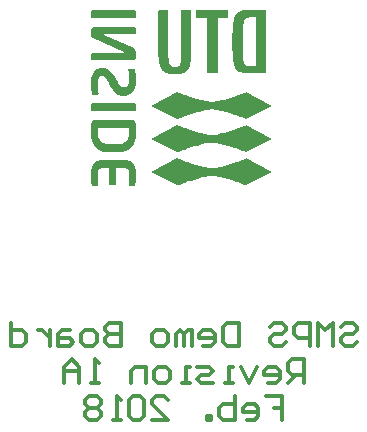
<source format=gbo>
G04 Layer_Color=12360588*
%FSLAX44Y44*%
%MOMM*%
G71*
G01*
G75*
%ADD56C,0.3000*%
G36*
X1075000Y1030094D02*
X1053026Y1018639D01*
X1051100Y1019368D01*
X1049277Y1020097D01*
X1047507Y1020721D01*
X1045789Y1021346D01*
X1044174Y1021919D01*
X1042612Y1022440D01*
X1041102Y1022960D01*
X1039697Y1023377D01*
X1038343Y1023793D01*
X1037041Y1024210D01*
X1035791Y1024522D01*
X1034646Y1024835D01*
X1033552Y1025147D01*
X1032511Y1025408D01*
X1031522Y1025616D01*
X1030636Y1025824D01*
X1029803Y1026032D01*
X1029022Y1026189D01*
X1028293Y1026293D01*
X1027616Y1026449D01*
X1026991Y1026553D01*
X1026419Y1026605D01*
X1025950Y1026709D01*
X1025481Y1026761D01*
X1025117D01*
X1024752Y1026814D01*
X1024492D01*
X1024284Y1026866D01*
X1023034D01*
X1022149Y1026761D01*
X1021212Y1026657D01*
X1020222Y1026501D01*
X1018087Y1026085D01*
X1015796Y1025564D01*
X1013401Y1024939D01*
X1010954Y1024262D01*
X1008559Y1023533D01*
X1006163Y1022752D01*
X1003872Y1021971D01*
X1001738Y1021242D01*
X1000748Y1020878D01*
X999811Y1020565D01*
X998926Y1020201D01*
X998093Y1019940D01*
X997364Y1019628D01*
X996687Y1019420D01*
X996114Y1019159D01*
X995593Y1019003D01*
X995229Y1018847D01*
X994916Y1018743D01*
X994760Y1018639D01*
X994708D01*
X972735Y1030094D01*
X994708Y1041497D01*
X996635Y1040768D01*
X998457Y1040039D01*
X1000228Y1039414D01*
X1001946Y1038790D01*
X1003560Y1038217D01*
X1005122Y1037696D01*
X1006632Y1037227D01*
X1008038Y1036759D01*
X1009392Y1036342D01*
X1010694Y1035978D01*
X1011943Y1035613D01*
X1013089Y1035301D01*
X1014182Y1035041D01*
X1015224Y1034780D01*
X1016213Y1034572D01*
X1017098Y1034364D01*
X1017931Y1034155D01*
X1018712Y1033999D01*
X1019441Y1033895D01*
X1020118Y1033739D01*
X1020743Y1033635D01*
X1021316Y1033583D01*
X1021784Y1033531D01*
X1022253Y1033426D01*
X1022618D01*
X1022982Y1033374D01*
X1023242D01*
X1023451Y1033322D01*
X1024700D01*
X1025586Y1033426D01*
X1026523Y1033531D01*
X1027512Y1033687D01*
X1029647Y1034103D01*
X1031938Y1034624D01*
X1034333Y1035197D01*
X1036729Y1035926D01*
X1039176Y1036655D01*
X1041571Y1037436D01*
X1043862Y1038165D01*
X1045997Y1038894D01*
X1046986Y1039258D01*
X1047924Y1039623D01*
X1048809Y1039935D01*
X1049642Y1040248D01*
X1050371Y1040508D01*
X1051048Y1040768D01*
X1051621Y1040976D01*
X1052089Y1041133D01*
X1052506Y1041289D01*
X1052766Y1041393D01*
X1052974Y1041497D01*
X1053026D01*
X1075000Y1030094D01*
D02*
G37*
G36*
X958519Y1060190D02*
X958780Y1060086D01*
X958988Y1059982D01*
X959144Y1059826D01*
X959248Y1059618D01*
X959300Y1059513D01*
Y1059409D01*
Y1059357D01*
Y1054411D01*
X959248Y1053994D01*
X959092Y1053734D01*
X958936Y1053525D01*
X958676Y1053369D01*
X958467Y1053265D01*
X958311Y1053213D01*
X922695D01*
X922383Y1053265D01*
X922175Y1053421D01*
X922018Y1053577D01*
X921914Y1053838D01*
X921862Y1054046D01*
X921810Y1054202D01*
Y1054359D01*
Y1054411D01*
Y1059357D01*
X921862Y1059670D01*
X921966Y1059878D01*
X922070Y1060034D01*
X922227Y1060138D01*
X922539Y1060242D01*
X958103D01*
X958519Y1060190D01*
D02*
G37*
G36*
X1075000Y1058212D02*
X1053026Y1046756D01*
X1051100Y1047485D01*
X1049277Y1048214D01*
X1047507Y1048839D01*
X1045789Y1049464D01*
X1044174Y1050037D01*
X1042612Y1050557D01*
X1041102Y1051078D01*
X1039697Y1051495D01*
X1038343Y1051911D01*
X1037041Y1052328D01*
X1035791Y1052640D01*
X1034646Y1052953D01*
X1033552Y1053265D01*
X1032511Y1053525D01*
X1031522Y1053734D01*
X1030636Y1053942D01*
X1029803Y1054150D01*
X1029022Y1054306D01*
X1028293Y1054411D01*
X1027616Y1054567D01*
X1026991Y1054671D01*
X1026419Y1054723D01*
X1025950Y1054827D01*
X1025481Y1054879D01*
X1025117D01*
X1024752Y1054931D01*
X1024492D01*
X1024284Y1054983D01*
X1023034D01*
X1022149Y1054879D01*
X1021212Y1054775D01*
X1020222Y1054619D01*
X1018087Y1054202D01*
X1015796Y1053682D01*
X1013401Y1053057D01*
X1010954Y1052380D01*
X1008559Y1051651D01*
X1006163Y1050870D01*
X1003872Y1050089D01*
X1001738Y1049360D01*
X1000748Y1048995D01*
X999811Y1048683D01*
X998926Y1048318D01*
X998093Y1048058D01*
X997364Y1047746D01*
X996687Y1047537D01*
X996114Y1047277D01*
X995593Y1047121D01*
X995229Y1046965D01*
X994916Y1046860D01*
X994760Y1046756D01*
X994708D01*
X972735Y1058212D01*
X994708Y1069615D01*
X996635Y1068886D01*
X998457Y1068157D01*
X1000228Y1067532D01*
X1001946Y1066907D01*
X1003560Y1066335D01*
X1005122Y1065814D01*
X1006632Y1065345D01*
X1008038Y1064877D01*
X1009392Y1064460D01*
X1010694Y1064096D01*
X1011943Y1063731D01*
X1013089Y1063419D01*
X1014182Y1063158D01*
X1015224Y1062898D01*
X1016213Y1062690D01*
X1017098Y1062481D01*
X1017931Y1062273D01*
X1018712Y1062117D01*
X1019441Y1062013D01*
X1020118Y1061857D01*
X1020743Y1061752D01*
X1021316Y1061700D01*
X1021784Y1061648D01*
X1022253Y1061544D01*
X1022618D01*
X1022982Y1061492D01*
X1023242D01*
X1023451Y1061440D01*
X1024700D01*
X1025586Y1061544D01*
X1026523Y1061648D01*
X1027512Y1061805D01*
X1029647Y1062221D01*
X1031938Y1062742D01*
X1034333Y1063315D01*
X1036729Y1064044D01*
X1039176Y1064772D01*
X1041571Y1065554D01*
X1043862Y1066283D01*
X1045997Y1067011D01*
X1046986Y1067376D01*
X1047924Y1067740D01*
X1048809Y1068053D01*
X1049642Y1068365D01*
X1050371Y1068626D01*
X1051048Y1068886D01*
X1051621Y1069094D01*
X1052089Y1069250D01*
X1052506Y1069407D01*
X1052766Y1069511D01*
X1052974Y1069615D01*
X1053026D01*
X1075000Y1058212D01*
D02*
G37*
G36*
X950344Y1012182D02*
X951334Y1012078D01*
X952219Y1011973D01*
X953052Y1011765D01*
X953781Y1011505D01*
X954458Y1011245D01*
X955031Y1010984D01*
X955551Y1010724D01*
X955968Y1010411D01*
X956385Y1010151D01*
X956697Y1009891D01*
X956957Y1009630D01*
X957113Y1009422D01*
X957270Y1009318D01*
X957322Y1009214D01*
X957374Y1009162D01*
X957738Y1008537D01*
X958103Y1007912D01*
X958624Y1006506D01*
X959040Y1005100D01*
X959300Y1003694D01*
X959352Y1003018D01*
X959457Y1002445D01*
X959509Y1001924D01*
Y1001455D01*
X959561Y1001039D01*
Y1000779D01*
Y1000570D01*
Y1000518D01*
X959509Y998696D01*
X959457Y996977D01*
X959352Y995415D01*
X959300Y994686D01*
X959248Y994009D01*
X959196Y993385D01*
X959144Y992864D01*
Y992343D01*
X959092Y991979D01*
X959040Y991614D01*
X958988Y991406D01*
Y991250D01*
Y991198D01*
X958832Y990781D01*
X958676Y990521D01*
X958467Y990312D01*
X958311Y990156D01*
X958103Y990052D01*
X957999Y990000D01*
X954614D01*
X954302Y990052D01*
X954093Y990208D01*
X953937Y990365D01*
X953833Y990625D01*
X953781Y990833D01*
X953729Y990989D01*
Y991145D01*
Y991198D01*
Y1001403D01*
X953677Y1002132D01*
X953573Y1002705D01*
X953417Y1003226D01*
X953208Y1003642D01*
X953000Y1003955D01*
X952844Y1004163D01*
X952740Y1004267D01*
X952688Y1004319D01*
X952219Y1004632D01*
X951698Y1004840D01*
X951178Y1004996D01*
X950605Y1005100D01*
X950084Y1005152D01*
X949668Y1005204D01*
X942898D01*
Y991770D01*
X942846Y991354D01*
X942690Y991094D01*
X942534Y990885D01*
X942274Y990729D01*
X942065Y990625D01*
X941909Y990573D01*
X938212D01*
X937795Y990625D01*
X937535Y990781D01*
X937327Y990937D01*
X937171Y991198D01*
X937067Y991406D01*
X937014Y991562D01*
Y991718D01*
Y991770D01*
Y1005204D01*
X931755D01*
X930922Y1005152D01*
X930245Y1005048D01*
X929673Y1004944D01*
X929204Y1004788D01*
X928839Y1004580D01*
X928631Y1004475D01*
X928475Y1004371D01*
X928423Y1004319D01*
X928058Y1003955D01*
X927798Y1003486D01*
X927642Y1003018D01*
X927486Y1002549D01*
X927434Y1002080D01*
X927382Y1001716D01*
Y1001507D01*
Y1001403D01*
Y991198D01*
X927329Y990781D01*
X927225Y990521D01*
X927121Y990312D01*
X926913Y990156D01*
X926757Y990052D01*
X926653Y990000D01*
X923268D01*
X922956Y990052D01*
X922695Y990208D01*
X922487Y990365D01*
X922331Y990625D01*
X922227Y990833D01*
X922122Y990989D01*
X922070Y991145D01*
Y991198D01*
X921862Y992864D01*
X921758Y994478D01*
X921654Y996092D01*
X921550Y997498D01*
Y998123D01*
Y998748D01*
X921498Y999216D01*
Y999685D01*
Y1000050D01*
Y1000310D01*
Y1000466D01*
Y1000518D01*
Y1001560D01*
X921602Y1002497D01*
X921706Y1003382D01*
X921862Y1004215D01*
X922018Y1004996D01*
X922175Y1005725D01*
X922383Y1006350D01*
X922591Y1006923D01*
X922799Y1007443D01*
X923008Y1007912D01*
X923164Y1008277D01*
X923320Y1008589D01*
X923476Y1008849D01*
X923580Y1009006D01*
X923633Y1009110D01*
X923685Y1009162D01*
X924153Y1009682D01*
X924674Y1010203D01*
X925247Y1010568D01*
X925872Y1010932D01*
X926548Y1011245D01*
X927173Y1011505D01*
X928527Y1011869D01*
X929152Y1011973D01*
X929777Y1012078D01*
X930297Y1012130D01*
X930818Y1012182D01*
X931183Y1012234D01*
X949303D01*
X950344Y1012182D01*
D02*
G37*
G36*
X1075000Y1001976D02*
X1053026Y990573D01*
X1051100Y991302D01*
X1049277Y992031D01*
X1047507Y992656D01*
X1045789Y993280D01*
X1044174Y993853D01*
X1042612Y994374D01*
X1041102Y994895D01*
X1039697Y995311D01*
X1038343Y995728D01*
X1037041Y996144D01*
X1035791Y996457D01*
X1034646Y996769D01*
X1033552Y997082D01*
X1032511Y997342D01*
X1031522Y997550D01*
X1030636Y997758D01*
X1029803Y997967D01*
X1029022Y998123D01*
X1028293Y998227D01*
X1027616Y998383D01*
X1026991Y998487D01*
X1026419Y998540D01*
X1025950Y998644D01*
X1025481Y998696D01*
X1025117D01*
X1024752Y998748D01*
X1024492D01*
X1024284Y998800D01*
X1023034D01*
X1022149Y998696D01*
X1021212Y998592D01*
X1020222Y998435D01*
X1018087Y998019D01*
X1015796Y997498D01*
X1013401Y996873D01*
X1010954Y996196D01*
X1008559Y995467D01*
X1006163Y994686D01*
X1003872Y993905D01*
X1001738Y993176D01*
X1000748Y992812D01*
X999811Y992499D01*
X998926Y992135D01*
X998093Y991874D01*
X997364Y991562D01*
X996687Y991354D01*
X996114Y991094D01*
X995593Y990937D01*
X995229Y990781D01*
X994916Y990677D01*
X994760Y990573D01*
X994708D01*
X972735Y1001976D01*
X994708Y1013379D01*
X996635Y1012651D01*
X998457Y1011921D01*
X1000228Y1011297D01*
X1001946Y1010672D01*
X1003560Y1010099D01*
X1005122Y1009578D01*
X1006632Y1009110D01*
X1008038Y1008641D01*
X1009392Y1008224D01*
X1010694Y1007860D01*
X1011943Y1007495D01*
X1013089Y1007183D01*
X1014182Y1006923D01*
X1015224Y1006662D01*
X1016213Y1006454D01*
X1017098Y1006246D01*
X1017931Y1006038D01*
X1018712Y1005881D01*
X1019441Y1005777D01*
X1020118Y1005621D01*
X1020743Y1005517D01*
X1021316Y1005465D01*
X1021784Y1005413D01*
X1022253Y1005309D01*
X1022618D01*
X1022982Y1005257D01*
X1023242D01*
X1023451Y1005204D01*
X1024700D01*
X1025586Y1005309D01*
X1026523Y1005413D01*
X1027512Y1005569D01*
X1029647Y1005985D01*
X1031938Y1006506D01*
X1034333Y1007079D01*
X1036729Y1007808D01*
X1039176Y1008537D01*
X1041571Y1009318D01*
X1043862Y1010047D01*
X1045997Y1010776D01*
X1046986Y1011140D01*
X1047924Y1011505D01*
X1048809Y1011817D01*
X1049642Y1012130D01*
X1050371Y1012390D01*
X1051048Y1012651D01*
X1051621Y1012859D01*
X1052089Y1013015D01*
X1052506Y1013171D01*
X1052766Y1013275D01*
X1052974Y1013379D01*
X1053026D01*
X1075000Y1001976D01*
D02*
G37*
G36*
X957895Y1045559D02*
X958259Y1045403D01*
X958467Y1045246D01*
X958676Y1045038D01*
X958832Y1044778D01*
X958936Y1044621D01*
X958988Y1044465D01*
Y1044413D01*
X959092Y1043736D01*
X959196Y1043007D01*
X959300Y1041393D01*
X959405Y1039727D01*
X959509Y1038113D01*
Y1037384D01*
Y1036707D01*
X959561Y1036082D01*
Y1035509D01*
Y1035093D01*
Y1034728D01*
Y1034520D01*
Y1034468D01*
X959509Y1033062D01*
X959405Y1031760D01*
X959196Y1030563D01*
X958936Y1029417D01*
X958624Y1028376D01*
X958311Y1027438D01*
X957947Y1026553D01*
X957582Y1025772D01*
X957218Y1025043D01*
X956853Y1024470D01*
X956541Y1023950D01*
X956228Y1023533D01*
X955968Y1023169D01*
X955760Y1022960D01*
X955656Y1022804D01*
X955603Y1022752D01*
X954822Y1022023D01*
X953989Y1021398D01*
X953104Y1020825D01*
X952167Y1020357D01*
X951230Y1019992D01*
X950292Y1019628D01*
X949407Y1019368D01*
X948470Y1019159D01*
X947637Y1019003D01*
X946856Y1018847D01*
X946179Y1018743D01*
X945554Y1018691D01*
X945033D01*
X944669Y1018639D01*
X936754D01*
X935400Y1018691D01*
X934151Y1018795D01*
X933005Y1019003D01*
X931912Y1019263D01*
X930870Y1019576D01*
X929933Y1019940D01*
X929100Y1020305D01*
X928371Y1020721D01*
X927694Y1021086D01*
X927069Y1021450D01*
X926600Y1021815D01*
X926184Y1022127D01*
X925872Y1022387D01*
X925663Y1022596D01*
X925507Y1022700D01*
X925455Y1022752D01*
X924778Y1023585D01*
X924153Y1024418D01*
X923633Y1025356D01*
X923164Y1026345D01*
X922799Y1027282D01*
X922487Y1028271D01*
X922175Y1029209D01*
X921966Y1030146D01*
X921810Y1031031D01*
X921706Y1031864D01*
X921602Y1032593D01*
X921550Y1033218D01*
X921498Y1033739D01*
Y1034155D01*
Y1034364D01*
Y1034468D01*
Y1035665D01*
Y1036759D01*
X921550Y1037800D01*
X921602Y1038737D01*
X921654Y1039623D01*
Y1040456D01*
X921706Y1041185D01*
X921758Y1041862D01*
X921810Y1042434D01*
X921862Y1042955D01*
X921914Y1043424D01*
X921966Y1043788D01*
X922018Y1044049D01*
Y1044257D01*
X922070Y1044361D01*
Y1044413D01*
X922227Y1044830D01*
X922435Y1045090D01*
X922643Y1045298D01*
X922904Y1045455D01*
X923164Y1045559D01*
X923320Y1045611D01*
X957530D01*
X957895Y1045559D01*
D02*
G37*
G36*
X931964Y1090391D02*
X932953Y1090183D01*
X933942Y1089922D01*
X934827Y1089506D01*
X935661Y1089089D01*
X936442Y1088568D01*
X937119Y1088048D01*
X937744Y1087527D01*
X938316Y1086954D01*
X938837Y1086434D01*
X939253Y1085913D01*
X939618Y1085496D01*
X939878Y1085080D01*
X940087Y1084819D01*
X940191Y1084611D01*
X940243Y1084559D01*
X944044Y1077842D01*
X944513Y1077113D01*
X945033Y1076488D01*
X945502Y1075916D01*
X945919Y1075447D01*
X946387Y1075082D01*
X946804Y1074718D01*
X947168Y1074457D01*
X947533Y1074249D01*
X948158Y1073937D01*
X948626Y1073781D01*
X948939Y1073729D01*
X949043D01*
X949876Y1073781D01*
X950605Y1073989D01*
X951230Y1074249D01*
X951750Y1074666D01*
X952219Y1075082D01*
X952583Y1075551D01*
X952896Y1076124D01*
X953156Y1076645D01*
X953312Y1077165D01*
X953469Y1077738D01*
X953573Y1078207D01*
X953677Y1078675D01*
Y1079040D01*
X953729Y1079300D01*
Y1079508D01*
Y1079560D01*
X953677Y1081279D01*
X953625Y1082893D01*
X953521Y1084403D01*
X953469Y1085080D01*
X953417Y1085705D01*
X953364Y1086277D01*
X953312Y1086798D01*
Y1087267D01*
X953260Y1087631D01*
X953208Y1087944D01*
X953156Y1088152D01*
Y1088308D01*
Y1088360D01*
X953208Y1088777D01*
X953260Y1089037D01*
X953417Y1089245D01*
X953573Y1089402D01*
X953729Y1089506D01*
X953833Y1089558D01*
X957842D01*
X958051Y1089506D01*
X958207Y1089350D01*
X958363Y1089193D01*
X958467Y1088985D01*
X958571Y1088725D01*
X958624Y1088568D01*
X958676Y1088412D01*
Y1088360D01*
X958988Y1086902D01*
X959196Y1085392D01*
X959352Y1083882D01*
X959457Y1082528D01*
X959509Y1081904D01*
Y1081331D01*
Y1080862D01*
X959561Y1080394D01*
Y1080029D01*
Y1079769D01*
Y1079613D01*
Y1079560D01*
X959509Y1078311D01*
X959405Y1077113D01*
X959300Y1076020D01*
X959092Y1075030D01*
X958832Y1074093D01*
X958571Y1073260D01*
X958311Y1072531D01*
X957999Y1071854D01*
X957738Y1071281D01*
X957478Y1070813D01*
X957218Y1070396D01*
X956957Y1070032D01*
X956749Y1069771D01*
X956645Y1069615D01*
X956541Y1069511D01*
X956489Y1069459D01*
X955916Y1068938D01*
X955291Y1068469D01*
X954666Y1068053D01*
X954041Y1067688D01*
X953417Y1067376D01*
X952792Y1067116D01*
X951594Y1066751D01*
X951073Y1066647D01*
X950605Y1066543D01*
X950136Y1066491D01*
X949772Y1066439D01*
X949459Y1066387D01*
X949043D01*
X947845Y1066491D01*
X946752Y1066699D01*
X945710Y1067011D01*
X944721Y1067480D01*
X943784Y1068001D01*
X942951Y1068626D01*
X942169Y1069250D01*
X941492Y1069928D01*
X940868Y1070552D01*
X940347Y1071177D01*
X939878Y1071802D01*
X939462Y1072323D01*
X939201Y1072791D01*
X938941Y1073104D01*
X938837Y1073364D01*
X938785Y1073416D01*
X935556Y1079300D01*
X935140Y1080029D01*
X934671Y1080654D01*
X934255Y1081227D01*
X933838Y1081695D01*
X933422Y1082060D01*
X933057Y1082424D01*
X932693Y1082685D01*
X932328Y1082893D01*
X931755Y1083205D01*
X931287Y1083362D01*
X930974Y1083414D01*
X930870D01*
X930245Y1083362D01*
X929725Y1083205D01*
X929256Y1083049D01*
X928892Y1082841D01*
X928631Y1082580D01*
X928423Y1082424D01*
X928319Y1082268D01*
X928267Y1082216D01*
X927954Y1081695D01*
X927746Y1081070D01*
X927590Y1080394D01*
X927486Y1079717D01*
X927434Y1079092D01*
X927382Y1078571D01*
Y1078363D01*
Y1078259D01*
Y1078155D01*
Y1078102D01*
Y1076436D01*
X927486Y1074718D01*
X927538Y1073052D01*
X927642Y1071490D01*
X927694Y1070813D01*
X927746Y1070136D01*
X927798Y1069563D01*
X927850Y1069094D01*
X927902Y1068678D01*
Y1068417D01*
X927954Y1068209D01*
Y1068157D01*
X927902Y1067949D01*
X927798Y1067740D01*
X927746Y1067584D01*
X927694Y1067532D01*
X927486Y1067376D01*
X927277Y1067324D01*
X927121Y1067272D01*
X923268D01*
X922956Y1067324D01*
X922747Y1067428D01*
X922591Y1067532D01*
X922487Y1067740D01*
X922383Y1068001D01*
Y1068105D01*
Y1068157D01*
X922070Y1069667D01*
X921862Y1071281D01*
X921706Y1072895D01*
X921602Y1074406D01*
X921550Y1075135D01*
Y1075759D01*
X921498Y1076384D01*
Y1076853D01*
Y1077269D01*
Y1077582D01*
Y1077790D01*
Y1077842D01*
Y1078988D01*
X921602Y1080081D01*
X921706Y1081070D01*
X921914Y1082008D01*
X922122Y1082893D01*
X922383Y1083674D01*
X922643Y1084455D01*
X922956Y1085132D01*
X923320Y1085757D01*
X923685Y1086329D01*
X924466Y1087371D01*
X925299Y1088204D01*
X926184Y1088881D01*
X927069Y1089402D01*
X927902Y1089766D01*
X928683Y1090079D01*
X929412Y1090235D01*
X929985Y1090339D01*
X930454Y1090443D01*
X930870D01*
X931964Y1090391D01*
D02*
G37*
G36*
X958519Y1139285D02*
X958780Y1139128D01*
X958988Y1138972D01*
X959144Y1138764D01*
X959248Y1138504D01*
X959300Y1138347D01*
Y1138191D01*
Y1138139D01*
Y1133193D01*
X959248Y1132880D01*
X959092Y1132672D01*
X958936Y1132516D01*
X958676Y1132411D01*
X958467Y1132359D01*
X958311Y1132307D01*
X922695D01*
X922383Y1132359D01*
X922175Y1132464D01*
X922018Y1132568D01*
X921914Y1132776D01*
X921810Y1133036D01*
Y1133140D01*
Y1133193D01*
Y1138139D01*
X921862Y1138556D01*
X921966Y1138816D01*
X922070Y1139024D01*
X922227Y1139181D01*
X922435Y1139285D01*
X922539Y1139337D01*
X958103D01*
X958519Y1139285D01*
D02*
G37*
G36*
Y1124653D02*
X958780Y1124549D01*
X958988Y1124445D01*
X959144Y1124288D01*
X959248Y1124080D01*
X959300Y1123976D01*
Y1123872D01*
Y1123820D01*
Y1119394D01*
X959248Y1119134D01*
X959092Y1118925D01*
X958936Y1118769D01*
X958676Y1118665D01*
X958467Y1118613D01*
X958311Y1118561D01*
X932901D01*
X932745Y1118509D01*
X932693Y1118405D01*
X932641Y1118300D01*
Y1118248D01*
X932693Y1118092D01*
X932745Y1117988D01*
X932849Y1117936D01*
X932901D01*
X957530Y1106533D01*
X958103Y1106220D01*
X958571Y1105856D01*
X958884Y1105335D01*
X959092Y1104866D01*
X959196Y1104398D01*
X959248Y1103981D01*
X959300Y1103721D01*
Y1103669D01*
Y1103617D01*
Y1098618D01*
X959196Y1097941D01*
X958988Y1097420D01*
X958624Y1097108D01*
X958259Y1096848D01*
X957895Y1096691D01*
X957530Y1096639D01*
X957322Y1096587D01*
X922695D01*
X922383Y1096639D01*
X922175Y1096743D01*
X922018Y1096848D01*
X921914Y1097056D01*
X921810Y1097316D01*
Y1097420D01*
Y1097473D01*
Y1101846D01*
X921862Y1102159D01*
X921966Y1102367D01*
X922070Y1102523D01*
X922227Y1102627D01*
X922539Y1102732D01*
X949303D01*
X949459Y1102784D01*
X949563Y1102888D01*
X949615Y1102940D01*
Y1102992D01*
X949563Y1103200D01*
X949459Y1103252D01*
X949355Y1103304D01*
X949303D01*
X923528Y1115020D01*
X922956Y1115385D01*
X922539Y1115749D01*
X922227Y1116166D01*
X922018Y1116530D01*
X921914Y1116842D01*
X921810Y1117103D01*
Y1117311D01*
Y1117363D01*
Y1122622D01*
X921914Y1123299D01*
X922122Y1123820D01*
X922435Y1124184D01*
X922799Y1124445D01*
X923216Y1124601D01*
X923528Y1124653D01*
X923737Y1124705D01*
X958103D01*
X958519Y1124653D01*
D02*
G37*
G36*
X1005591Y1139285D02*
X1005903Y1139233D01*
X1006163Y1139024D01*
X1006216Y1138972D01*
X1006268Y1138816D01*
X1006372Y1138556D01*
X1006424Y1138139D01*
Y1100076D01*
Y1099972D01*
Y1099712D01*
Y1099295D01*
X1006372Y1098722D01*
X1006320Y1098097D01*
X1006268Y1097316D01*
X1006163Y1096431D01*
X1006059Y1095546D01*
X1005695Y1093619D01*
X1005174Y1091693D01*
X1004862Y1090755D01*
X1004445Y1089870D01*
X1004029Y1089089D01*
X1003508Y1088360D01*
X1003456Y1088308D01*
X1003352Y1088204D01*
X1003143Y1087996D01*
X1002831Y1087787D01*
X1002467Y1087475D01*
X1001998Y1087163D01*
X1001477Y1086798D01*
X1000852Y1086486D01*
X1000123Y1086121D01*
X999290Y1085757D01*
X998405Y1085444D01*
X997416Y1085132D01*
X996322Y1084924D01*
X995177Y1084715D01*
X993927Y1084611D01*
X992573Y1084559D01*
X992261D01*
X991844Y1084611D01*
X991323D01*
X990751Y1084663D01*
X990022Y1084767D01*
X989241Y1084872D01*
X988408Y1085028D01*
X987574Y1085236D01*
X986637Y1085496D01*
X985752Y1085809D01*
X984867Y1086173D01*
X984034Y1086590D01*
X983253Y1087111D01*
X982472Y1087683D01*
X981847Y1088360D01*
X981795Y1088412D01*
X981691Y1088516D01*
X981534Y1088777D01*
X981326Y1089089D01*
X981118Y1089506D01*
X980805Y1089974D01*
X980545Y1090547D01*
X980233Y1091276D01*
X979920Y1092005D01*
X979660Y1092890D01*
X979347Y1093828D01*
X979139Y1094921D01*
X978931Y1096067D01*
X978775Y1097316D01*
X978671Y1098618D01*
X978618Y1100076D01*
Y1138139D01*
Y1138191D01*
Y1138243D01*
X978671Y1138504D01*
X978723Y1138764D01*
X978931Y1139024D01*
X978983Y1139076D01*
X979139Y1139181D01*
X979399Y1139285D01*
X979764Y1139337D01*
X986064D01*
X986273Y1139285D01*
X986585Y1139233D01*
X986845Y1139024D01*
X986898Y1138972D01*
X986950Y1138816D01*
X987054Y1138556D01*
X987106Y1138139D01*
Y1100076D01*
Y1100024D01*
Y1099816D01*
Y1099503D01*
Y1099087D01*
X987158Y1098618D01*
X987210Y1098045D01*
X987314Y1096796D01*
X987522Y1095442D01*
X987835Y1094140D01*
X988043Y1093567D01*
X988303Y1092995D01*
X988564Y1092526D01*
X988876Y1092161D01*
X988928Y1092109D01*
X989084Y1091953D01*
X989397Y1091693D01*
X989761Y1091432D01*
X990282Y1091172D01*
X990959Y1090912D01*
X991740Y1090755D01*
X992677Y1090703D01*
X993042D01*
X993510Y1090807D01*
X994031Y1090912D01*
X994656Y1091068D01*
X995281Y1091328D01*
X995906Y1091693D01*
X996478Y1092161D01*
X996531Y1092265D01*
X996635Y1092370D01*
X996687Y1092526D01*
X996791Y1092786D01*
X996947Y1093046D01*
X997051Y1093411D01*
X997207Y1093828D01*
X997364Y1094296D01*
X997468Y1094869D01*
X997572Y1095494D01*
X997728Y1096275D01*
X997780Y1097056D01*
X997884Y1097993D01*
X997936Y1098982D01*
Y1100076D01*
Y1138139D01*
Y1138191D01*
Y1138243D01*
X997989Y1138504D01*
X998040Y1138764D01*
X998249Y1139024D01*
X998301Y1139076D01*
X998457Y1139181D01*
X998717Y1139285D01*
X999134Y1139337D01*
X1005382D01*
X1005591Y1139285D01*
D02*
G37*
G36*
X1037093D02*
X1037301Y1139181D01*
X1037458Y1139076D01*
X1037510Y1139024D01*
X1037666Y1138764D01*
X1037718Y1138504D01*
X1037770Y1138243D01*
Y1138191D01*
Y1138139D01*
Y1133453D01*
X1037718Y1133245D01*
X1037614Y1133088D01*
X1037562Y1132932D01*
X1037510Y1132880D01*
X1037301Y1132724D01*
X1037093Y1132672D01*
X1036937Y1132620D01*
X1028710D01*
Y1086329D01*
X1028658Y1086121D01*
X1028553Y1085913D01*
X1028502Y1085757D01*
X1028449Y1085705D01*
X1028189Y1085548D01*
X1027877Y1085496D01*
X1027616Y1085444D01*
X1020483D01*
X1020118Y1085496D01*
X1019858Y1085601D01*
X1019702Y1085653D01*
X1019650Y1085705D01*
X1019441Y1085913D01*
X1019389Y1086121D01*
X1019337Y1086277D01*
Y1086329D01*
Y1132620D01*
X1011423D01*
X1011058Y1132672D01*
X1010746Y1132776D01*
X1010589Y1132828D01*
X1010537Y1132880D01*
X1010329Y1133088D01*
X1010277Y1133297D01*
X1010225Y1133401D01*
Y1133453D01*
Y1138139D01*
X1010277Y1138556D01*
X1010381Y1138816D01*
X1010485Y1138972D01*
X1010537Y1139024D01*
X1010798Y1139233D01*
X1011110Y1139285D01*
X1011318Y1139337D01*
X1036885D01*
X1037093Y1139285D01*
D02*
G37*
G36*
X1068543D02*
X1068856Y1139233D01*
X1069116Y1139024D01*
X1069168Y1138972D01*
X1069272Y1138816D01*
X1069376Y1138556D01*
X1069428Y1138139D01*
Y1086329D01*
Y1086277D01*
X1069376Y1086121D01*
X1069272Y1085913D01*
X1069116Y1085705D01*
X1069064Y1085653D01*
X1068908Y1085601D01*
X1068595Y1085496D01*
X1068231Y1085444D01*
X1054016D01*
X1053495Y1085496D01*
X1052870Y1085548D01*
X1052193Y1085653D01*
X1051412Y1085757D01*
X1050579Y1085861D01*
X1048809Y1086277D01*
X1047976Y1086590D01*
X1047091Y1086902D01*
X1046257Y1087319D01*
X1045528Y1087787D01*
X1044799Y1088308D01*
X1044227Y1088933D01*
X1044174Y1088985D01*
X1044122Y1089089D01*
X1043966Y1089350D01*
X1043758Y1089714D01*
X1043550Y1090183D01*
X1043289Y1090807D01*
X1043029Y1091536D01*
X1042769Y1092474D01*
X1042508Y1093515D01*
X1042248Y1094765D01*
X1041988Y1096223D01*
X1041779Y1097837D01*
X1041675Y1098722D01*
X1041571Y1099712D01*
X1041519Y1100701D01*
X1041415Y1101742D01*
X1041363Y1102836D01*
Y1104033D01*
X1041311Y1105231D01*
Y1106533D01*
Y1118248D01*
Y1118300D01*
Y1118405D01*
Y1118613D01*
Y1118873D01*
Y1119186D01*
Y1119550D01*
X1041363Y1119967D01*
Y1120435D01*
X1041415Y1121529D01*
X1041467Y1122778D01*
X1041571Y1124132D01*
X1041675Y1125590D01*
X1042040Y1128506D01*
X1042248Y1129964D01*
X1042560Y1131318D01*
X1042873Y1132620D01*
X1043237Y1133765D01*
X1043706Y1134755D01*
X1043966Y1135171D01*
X1044227Y1135536D01*
X1044279Y1135588D01*
X1044383Y1135692D01*
X1044539Y1135900D01*
X1044799Y1136108D01*
X1045112Y1136421D01*
X1045528Y1136733D01*
X1046049Y1137098D01*
X1046622Y1137462D01*
X1047299Y1137775D01*
X1048080Y1138139D01*
X1048913Y1138452D01*
X1049902Y1138764D01*
X1050944Y1138972D01*
X1052089Y1139181D01*
X1053391Y1139285D01*
X1054745Y1139337D01*
X1068335D01*
X1068543Y1139285D01*
D02*
G37*
%LPC*%
G36*
X953729Y1038894D02*
X927382D01*
Y1037800D01*
Y1036863D01*
Y1036082D01*
Y1035457D01*
Y1035041D01*
Y1034728D01*
Y1034520D01*
Y1034468D01*
Y1033687D01*
X927486Y1032906D01*
X927798Y1031552D01*
X928267Y1030406D01*
X928839Y1029365D01*
X929568Y1028532D01*
X930350Y1027803D01*
X931183Y1027230D01*
X932068Y1026761D01*
X932953Y1026397D01*
X933786Y1026137D01*
X934567Y1025928D01*
X935296Y1025824D01*
X935869Y1025720D01*
X936338Y1025668D01*
X944356D01*
X945190Y1025720D01*
X946023Y1025772D01*
X947429Y1026032D01*
X948678Y1026501D01*
X949772Y1027022D01*
X950657Y1027699D01*
X951438Y1028480D01*
X952063Y1029261D01*
X952531Y1030094D01*
X952948Y1030875D01*
X953208Y1031708D01*
X953417Y1032437D01*
X953573Y1033114D01*
X953677Y1033635D01*
X953729Y1034103D01*
Y1034364D01*
Y1034468D01*
Y1034988D01*
Y1035665D01*
Y1036394D01*
Y1037123D01*
Y1037800D01*
Y1038373D01*
Y1038581D01*
Y1038737D01*
Y1038842D01*
Y1038894D01*
D02*
G37*
G36*
X1060941Y1132880D02*
X1055474D01*
X1054953Y1132828D01*
X1054328Y1132724D01*
X1053651Y1132516D01*
X1052974Y1132255D01*
X1052349Y1131891D01*
X1051829Y1131422D01*
X1051777Y1131318D01*
X1051673Y1131214D01*
X1051569Y1130954D01*
X1051412Y1130693D01*
X1051256Y1130277D01*
X1051100Y1129808D01*
X1050944Y1129183D01*
X1050787Y1128454D01*
X1050631Y1127569D01*
X1050475Y1126527D01*
X1050319Y1125382D01*
X1050215Y1124028D01*
X1050110Y1122466D01*
X1050059Y1120748D01*
Y1119810D01*
Y1118821D01*
Y1105960D01*
Y1105908D01*
Y1105856D01*
Y1105699D01*
Y1105491D01*
Y1104971D01*
Y1104242D01*
X1050110Y1103409D01*
X1050163Y1102419D01*
X1050215Y1101378D01*
X1050267Y1100284D01*
X1050475Y1098045D01*
X1050631Y1096952D01*
X1050787Y1095963D01*
X1050996Y1095025D01*
X1051256Y1094192D01*
X1051516Y1093515D01*
X1051829Y1093046D01*
X1051881Y1092995D01*
X1052037Y1092838D01*
X1052349Y1092578D01*
X1052766Y1092318D01*
X1053339Y1092057D01*
X1054068Y1091797D01*
X1054901Y1091641D01*
X1055942Y1091589D01*
X1060941D01*
Y1132880D01*
D02*
G37*
%LPD*%
D56*
X1133290Y871080D02*
X1136623Y874412D01*
X1143287D01*
X1146619Y871080D01*
Y867748D01*
X1143287Y864416D01*
X1136623D01*
X1133290Y861083D01*
Y857751D01*
X1136623Y854419D01*
X1143287D01*
X1146619Y857751D01*
X1126626Y854419D02*
Y874412D01*
X1119961Y867748D01*
X1113297Y874412D01*
Y854419D01*
X1106632D02*
Y874412D01*
X1096636D01*
X1093303Y871080D01*
Y864416D01*
X1096636Y861083D01*
X1106632D01*
X1073310Y871080D02*
X1076642Y874412D01*
X1083307D01*
X1086639Y871080D01*
Y867748D01*
X1083307Y864416D01*
X1076642D01*
X1073310Y861083D01*
Y857751D01*
X1076642Y854419D01*
X1083307D01*
X1086639Y857751D01*
X1046652Y874412D02*
Y854419D01*
X1036655D01*
X1033323Y857751D01*
Y871080D01*
X1036655Y874412D01*
X1046652D01*
X1016661Y854419D02*
X1023326D01*
X1026658Y857751D01*
Y864416D01*
X1023326Y867748D01*
X1016661D01*
X1013329Y864416D01*
Y861083D01*
X1026658D01*
X1006665Y854419D02*
Y867748D01*
X1003332D01*
X1000000Y864416D01*
Y854419D01*
Y864416D01*
X996668Y867748D01*
X993335Y864416D01*
Y854419D01*
X983339D02*
X976674D01*
X973342Y857751D01*
Y864416D01*
X976674Y867748D01*
X983339D01*
X986671Y864416D01*
Y857751D01*
X983339Y854419D01*
X946684Y874412D02*
Y854419D01*
X936687D01*
X933355Y857751D01*
Y861083D01*
X936687Y864416D01*
X946684D01*
X936687D01*
X933355Y867748D01*
Y871080D01*
X936687Y874412D01*
X946684D01*
X923358Y854419D02*
X916693D01*
X913361Y857751D01*
Y864416D01*
X916693Y867748D01*
X923358D01*
X926690Y864416D01*
Y857751D01*
X923358Y854419D01*
X903364Y867748D02*
X896700D01*
X893368Y864416D01*
Y854419D01*
X903364D01*
X906697Y857751D01*
X903364Y861083D01*
X893368D01*
X886703Y867748D02*
Y854419D01*
Y861083D01*
X883371Y864416D01*
X880039Y867748D01*
X876706D01*
X853381Y874412D02*
Y854419D01*
X863377D01*
X866710Y857751D01*
Y864416D01*
X863377Y867748D01*
X853381D01*
X1101634Y823227D02*
Y843220D01*
X1091637D01*
X1088305Y839888D01*
Y833223D01*
X1091637Y829891D01*
X1101634D01*
X1094969D02*
X1088305Y823227D01*
X1071644D02*
X1078308D01*
X1081640Y826559D01*
Y833223D01*
X1078308Y836556D01*
X1071644D01*
X1068311Y833223D01*
Y829891D01*
X1081640D01*
X1061647Y836556D02*
X1054982Y823227D01*
X1048318Y836556D01*
X1041653Y823227D02*
X1034989D01*
X1038321D01*
Y836556D01*
X1041653D01*
X1024992Y823227D02*
X1014995D01*
X1011663Y826559D01*
X1014995Y829891D01*
X1021660D01*
X1024992Y833223D01*
X1021660Y836556D01*
X1011663D01*
X1004998Y823227D02*
X998334D01*
X1001666D01*
Y836556D01*
X1004998D01*
X985005Y823227D02*
X978340D01*
X975008Y826559D01*
Y833223D01*
X978340Y836556D01*
X985005D01*
X988337Y833223D01*
Y826559D01*
X985005Y823227D01*
X968344D02*
Y836556D01*
X958347D01*
X955014Y833223D01*
Y823227D01*
X928356D02*
X921692D01*
X925024D01*
Y843220D01*
X928356Y839888D01*
X911695Y823227D02*
Y836556D01*
X905031Y843220D01*
X898366Y836556D01*
Y823227D01*
Y833223D01*
X911695D01*
X1069977Y812028D02*
X1083307D01*
Y802031D01*
X1076642D01*
X1083307D01*
Y792034D01*
X1053316D02*
X1059981D01*
X1063313Y795367D01*
Y802031D01*
X1059981Y805363D01*
X1053316D01*
X1049984Y802031D01*
Y798699D01*
X1063313D01*
X1043319Y812028D02*
Y792034D01*
X1033323D01*
X1029990Y795367D01*
Y798699D01*
Y802031D01*
X1033323Y805363D01*
X1043319D01*
X1023326Y792034D02*
Y795367D01*
X1019994D01*
Y792034D01*
X1023326D01*
X973342D02*
X986671D01*
X973342Y805363D01*
Y808696D01*
X976674Y812028D01*
X983339D01*
X986671Y808696D01*
X966677D02*
X963345Y812028D01*
X956681D01*
X953348Y808696D01*
Y795367D01*
X956681Y792034D01*
X963345D01*
X966677Y795367D01*
Y808696D01*
X946684Y792034D02*
X940019D01*
X943352D01*
Y812028D01*
X946684Y808696D01*
X930023D02*
X926690Y812028D01*
X920026D01*
X916693Y808696D01*
Y805363D01*
X920026Y802031D01*
X916693Y798699D01*
Y795367D01*
X920026Y792034D01*
X926690D01*
X930023Y795367D01*
Y798699D01*
X926690Y802031D01*
X930023Y805363D01*
Y808696D01*
X926690Y802031D02*
X920026D01*
M02*

</source>
